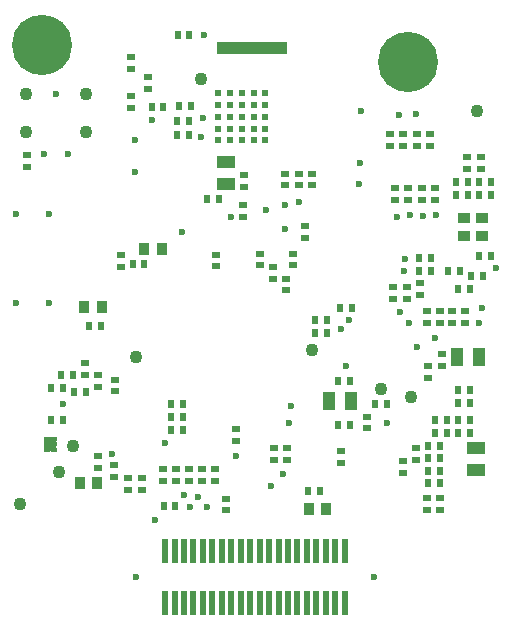
<source format=gbs>
G04*
G04 #@! TF.GenerationSoftware,Altium Limited,Altium Designer,19.1.7 (138)*
G04*
G04 Layer_Color=16711935*
%FSLAX44Y44*%
%MOMM*%
G71*
G01*
G75*
%ADD45R,6.0000X1.1000*%
%ADD46R,0.7000X0.6000*%
%ADD47C,0.6000*%
%ADD48R,1.0500X0.9000*%
%ADD51R,1.5000X1.0500*%
%ADD52R,1.0500X1.5000*%
%ADD53C,1.1000*%
%ADD54R,0.6000X0.7000*%
%ADD77C,5.1000*%
%ADD78C,0.6080*%
%ADD114R,1.0668X1.2954*%
%ADD115R,0.6000X2.1000*%
%ADD116R,0.9000X1.0500*%
%ADD117R,0.4810X0.3000*%
D45*
X126000Y447500D02*
D03*
D46*
X24000Y440000D02*
D03*
Y430000D02*
D03*
Y407000D02*
D03*
Y397000D02*
D03*
X38000Y423000D02*
D03*
Y413000D02*
D03*
X-64770Y356536D02*
D03*
Y346536D02*
D03*
X274860Y178228D02*
D03*
Y168228D02*
D03*
X112500Y125000D02*
D03*
Y115000D02*
D03*
X51054Y91106D02*
D03*
Y81106D02*
D03*
X253532Y87710D02*
D03*
Y97710D02*
D03*
X264672Y98886D02*
D03*
Y108886D02*
D03*
X155270Y108598D02*
D03*
Y98598D02*
D03*
X144270Y108598D02*
D03*
Y98598D02*
D03*
X61956Y91106D02*
D03*
Y81106D02*
D03*
X72858Y91106D02*
D03*
Y81106D02*
D03*
X83760Y91106D02*
D03*
Y81106D02*
D03*
X94662Y91106D02*
D03*
Y81106D02*
D03*
X274000Y224500D02*
D03*
Y214500D02*
D03*
X245750Y245000D02*
D03*
Y235000D02*
D03*
X295667Y224500D02*
D03*
Y214500D02*
D03*
X306500Y224750D02*
D03*
Y214750D02*
D03*
X257000Y235000D02*
D03*
Y245000D02*
D03*
X284833Y224500D02*
D03*
Y214500D02*
D03*
X242750Y374500D02*
D03*
Y364500D02*
D03*
X277000Y374500D02*
D03*
Y364500D02*
D03*
X319750Y345000D02*
D03*
Y355000D02*
D03*
X308250Y345000D02*
D03*
Y355000D02*
D03*
X119277Y339750D02*
D03*
Y329750D02*
D03*
X118027Y304473D02*
D03*
Y314473D02*
D03*
X154250Y341250D02*
D03*
Y331250D02*
D03*
X176750Y341250D02*
D03*
Y331250D02*
D03*
X166000Y331250D02*
D03*
Y341250D02*
D03*
X285484Y66722D02*
D03*
Y56722D02*
D03*
X274574Y66722D02*
D03*
Y56722D02*
D03*
X21000Y73500D02*
D03*
Y83500D02*
D03*
X132750Y273500D02*
D03*
Y263500D02*
D03*
X143500Y261750D02*
D03*
Y251750D02*
D03*
X154500Y252250D02*
D03*
Y242250D02*
D03*
X170750Y297000D02*
D03*
Y287000D02*
D03*
X32750Y73500D02*
D03*
Y83500D02*
D03*
X286512Y188642D02*
D03*
Y178642D02*
D03*
X270000Y318750D02*
D03*
Y328750D02*
D03*
X281000Y318750D02*
D03*
Y328750D02*
D03*
X258500Y318750D02*
D03*
Y328750D02*
D03*
X247250Y318750D02*
D03*
Y328750D02*
D03*
X254167Y374500D02*
D03*
Y364500D02*
D03*
X265583Y374500D02*
D03*
Y364500D02*
D03*
X201750Y106000D02*
D03*
Y96000D02*
D03*
X-4604Y170286D02*
D03*
Y160286D02*
D03*
X-4604Y101862D02*
D03*
Y91862D02*
D03*
X-15494Y180700D02*
D03*
Y170700D02*
D03*
X223250Y135500D02*
D03*
Y125500D02*
D03*
X95734Y262648D02*
D03*
Y272648D02*
D03*
X8866Y84086D02*
D03*
Y94086D02*
D03*
X9628Y156730D02*
D03*
Y166730D02*
D03*
X14712Y272140D02*
D03*
Y262140D02*
D03*
X160500Y263500D02*
D03*
Y273500D02*
D03*
X104000Y66000D02*
D03*
Y56000D02*
D03*
X268000Y238750D02*
D03*
Y248750D02*
D03*
D47*
X-33660Y146125D02*
D03*
X7500Y104000D02*
D03*
X205250Y178000D02*
D03*
X240250Y130193D02*
D03*
X66750Y291500D02*
D03*
X207750Y217250D02*
D03*
X201250Y209500D02*
D03*
X52500Y112750D02*
D03*
X112750Y102375D02*
D03*
X44000Y48250D02*
D03*
X152000Y86500D02*
D03*
X142071Y76750D02*
D03*
X157500Y130000D02*
D03*
X158750Y144750D02*
D03*
X68250Y69500D02*
D03*
X73250Y59000D02*
D03*
X80000Y67750D02*
D03*
X88000Y59250D02*
D03*
X321000Y227250D02*
D03*
X258872Y214500D02*
D03*
X251250Y224250D02*
D03*
X255750Y269250D02*
D03*
X254701Y259000D02*
D03*
X280844Y202195D02*
D03*
X318250Y214500D02*
D03*
X265830Y194032D02*
D03*
X332500Y261000D02*
D03*
X270750Y305500D02*
D03*
X281500Y306250D02*
D03*
X259500Y306000D02*
D03*
X248500Y304250D02*
D03*
X250250Y390750D02*
D03*
X265000Y391250D02*
D03*
X27000Y342750D02*
D03*
X27250Y369250D02*
D03*
X84250Y388250D02*
D03*
X83250Y372000D02*
D03*
X166000Y317175D02*
D03*
X216875Y332000D02*
D03*
X154000Y294000D02*
D03*
X154250Y314865D02*
D03*
X218082Y394372D02*
D03*
X41000Y386964D02*
D03*
X108000Y304750D02*
D03*
X137663Y310413D02*
D03*
X217331Y350198D02*
D03*
X85250Y458250D02*
D03*
X229494Y2D02*
D03*
X27494D02*
D03*
X-73496Y306764D02*
D03*
X-45996D02*
D03*
X-73496Y231580D02*
D03*
X-45996D02*
D03*
X-39910Y408364D02*
D03*
X-29750Y357564D02*
D03*
X-50070D02*
D03*
D48*
X320501Y288750D02*
D03*
X320499Y303750D02*
D03*
X305751Y288750D02*
D03*
X305749Y303750D02*
D03*
D51*
X316000Y90250D02*
D03*
Y108750D02*
D03*
X104000Y351000D02*
D03*
Y332500D02*
D03*
D52*
X191250Y148500D02*
D03*
X209750D02*
D03*
X317844Y186182D02*
D03*
X299344D02*
D03*
D53*
X27750Y185750D02*
D03*
X261000Y152263D02*
D03*
X-37750Y88250D02*
D03*
X177000Y192250D02*
D03*
X-25250Y110500D02*
D03*
X235000Y158500D02*
D03*
X-70750Y61500D02*
D03*
X316250Y394500D02*
D03*
X83000Y421500D02*
D03*
X-14510Y376614D02*
D03*
Y408364D02*
D03*
X-65310D02*
D03*
Y376614D02*
D03*
D54*
X-24816Y156154D02*
D03*
X-14816D02*
D03*
X-35706Y170366D02*
D03*
X-25706D02*
D03*
X230500Y145750D02*
D03*
X240500D02*
D03*
X-33966Y132484D02*
D03*
X-43966D02*
D03*
X179404Y217424D02*
D03*
X189404D02*
D03*
X179404Y206526D02*
D03*
X189404D02*
D03*
X67250Y124000D02*
D03*
X57250D02*
D03*
X275384Y100116D02*
D03*
X285384D02*
D03*
X275384Y78820D02*
D03*
X285384D02*
D03*
X310562Y157964D02*
D03*
X300562D02*
D03*
X310562Y147066D02*
D03*
X300562D02*
D03*
X285384Y110764D02*
D03*
X275384D02*
D03*
X285384Y89468D02*
D03*
X275384D02*
D03*
X290750Y121500D02*
D03*
X280750D02*
D03*
X290750Y132250D02*
D03*
X280750D02*
D03*
X277250Y270000D02*
D03*
X267250D02*
D03*
X277250Y259000D02*
D03*
X267250D02*
D03*
X291750Y258500D02*
D03*
X301750D02*
D03*
X300750Y243250D02*
D03*
X310750D02*
D03*
X74000Y398250D02*
D03*
X64000D02*
D03*
X41000Y398000D02*
D03*
X51000D02*
D03*
X62790Y373980D02*
D03*
X72790D02*
D03*
X62790Y386020D02*
D03*
X72790D02*
D03*
X73000Y458250D02*
D03*
X63000D02*
D03*
X57250Y135000D02*
D03*
X67250D02*
D03*
X57250Y146000D02*
D03*
X67250D02*
D03*
X310500Y121500D02*
D03*
X300500D02*
D03*
X310500Y132250D02*
D03*
X300500D02*
D03*
X328500Y271500D02*
D03*
X318500D02*
D03*
X318500Y334250D02*
D03*
X328500D02*
D03*
X308750D02*
D03*
X298750D02*
D03*
X183284Y72830D02*
D03*
X173284D02*
D03*
X198938Y128202D02*
D03*
X208938D02*
D03*
X200750Y227750D02*
D03*
X210750D02*
D03*
X208938Y165540D02*
D03*
X198938D02*
D03*
X35000Y265000D02*
D03*
X25000D02*
D03*
X61250Y60000D02*
D03*
X51250D02*
D03*
X-1853Y211987D02*
D03*
X-11853D02*
D03*
X-34354Y159766D02*
D03*
X-44354D02*
D03*
X321500Y254250D02*
D03*
X311500D02*
D03*
X318500Y323000D02*
D03*
X328500D02*
D03*
X308750D02*
D03*
X298750D02*
D03*
X98250Y319750D02*
D03*
X88250D02*
D03*
D77*
X258250Y436000D02*
D03*
X-51500Y450500D02*
D03*
D78*
X137380Y389270D02*
D03*
Y399270D02*
D03*
Y409270D02*
D03*
Y379270D02*
D03*
Y369270D02*
D03*
X127380Y389270D02*
D03*
Y399270D02*
D03*
Y409270D02*
D03*
Y379270D02*
D03*
Y369270D02*
D03*
X97380Y389270D02*
D03*
Y399270D02*
D03*
Y409270D02*
D03*
Y379270D02*
D03*
Y369270D02*
D03*
X107380Y389270D02*
D03*
Y399270D02*
D03*
Y409270D02*
D03*
Y379270D02*
D03*
Y369270D02*
D03*
X117380D02*
D03*
Y379270D02*
D03*
Y409270D02*
D03*
Y399270D02*
D03*
Y389270D02*
D03*
D114*
X-44704Y111887D02*
D03*
D115*
X196493Y22002D02*
D03*
X204494D02*
D03*
X196493Y-21998D02*
D03*
X204494D02*
D03*
X180494Y22002D02*
D03*
Y-21998D02*
D03*
X156494Y22002D02*
D03*
X164494D02*
D03*
X156494Y-21998D02*
D03*
X164494D02*
D03*
X132493Y22002D02*
D03*
X140493D02*
D03*
X132493Y-21998D02*
D03*
X140493D02*
D03*
X116494Y22002D02*
D03*
X124494D02*
D03*
X116494Y-21998D02*
D03*
X124494D02*
D03*
X92493Y22002D02*
D03*
X100493D02*
D03*
X92493Y-21998D02*
D03*
X100493D02*
D03*
X76494Y22002D02*
D03*
Y-21998D02*
D03*
X52494Y22002D02*
D03*
X60493D02*
D03*
X52494Y-21998D02*
D03*
X60493D02*
D03*
X148493Y22002D02*
D03*
X172493D02*
D03*
X188493D02*
D03*
X148493Y-21998D02*
D03*
X172493D02*
D03*
X188493D02*
D03*
X68493Y22002D02*
D03*
X84494D02*
D03*
X108493D02*
D03*
X68493Y-21998D02*
D03*
X84494D02*
D03*
X108493D02*
D03*
D116*
X174000Y57499D02*
D03*
X189000Y57501D02*
D03*
X49500Y277501D02*
D03*
X34500Y277499D02*
D03*
X-5000Y79501D02*
D03*
X-20000Y79499D02*
D03*
X-16250Y228499D02*
D03*
X-1250Y228501D02*
D03*
D117*
X-41728Y106910D02*
D03*
Y111910D02*
D03*
Y116910D02*
D03*
X-47728D02*
D03*
Y111910D02*
D03*
Y106910D02*
D03*
M02*

</source>
